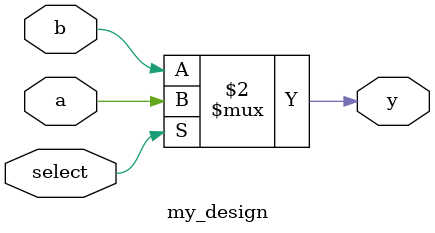
<source format=sv>
module my_design (
  input logic a,
  input wire b,
  input wire select,
  output wire y
);

  assign y = (select == 1'b1) ? a : b;

endmodule

</source>
